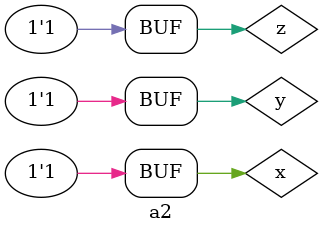
<source format=v>
module fxyz (output s1, output s2, input x, y, z);
assign s1 = x & ~(~x | y); // x . ( x' + y )'
assign s2 = x & ~y;
endmodule // fxyz

module a2;
reg x, y, z;
wire s1, s2;
// instancias
fxyz FXY (s1, s2, x, y, z);
// valores iniciais
initial begin: start
x=1'bx; y=1'bx; z=1'bx;// indefinidos
end
// parte principal
initial begin: main
// identificacao
$display("Test boolean expression");
$display("\n s1 = x . ( x' + y )' --- s2 = x & y'\n");
// monitoramento
$display(" x  y  z =   nao_simpl  simpl");
$monitor("%2b %2b %2b =\t%2b \t %2b", x, y, z, s1, s2);
// sinalizacao
#1 x=0; y=0; z=0;
#1 x=0; y=0; z=1;
#1 x=0; y=1; z=0;
#1 x=0; y=1; z=1;
#1 x=1; y=0; z=0;
#1 x=1; y=0; z=1;
#1 x=1; y=1; z=0;
#1 x=1; y=1; z=1;
end
endmodule // test_module
</source>
